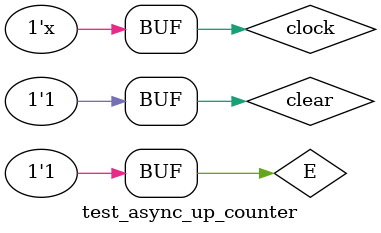
<source format=v>
`timescale 1ns / 1ps


module test_async_up_counter();
    reg     E, clock, clear;
    wire    [3:0]   Q;
    
    async_up_counter dut (.E(E), .CLK(clock), .CLR(clear), .Q(Q));    
    
    initial begin
        clock = 0; clear = 0; E = 1; #20;
        clear = 1; #20;
    end
    
    always begin
        clock = ~clock; #20;
    end
endmodule

</source>
